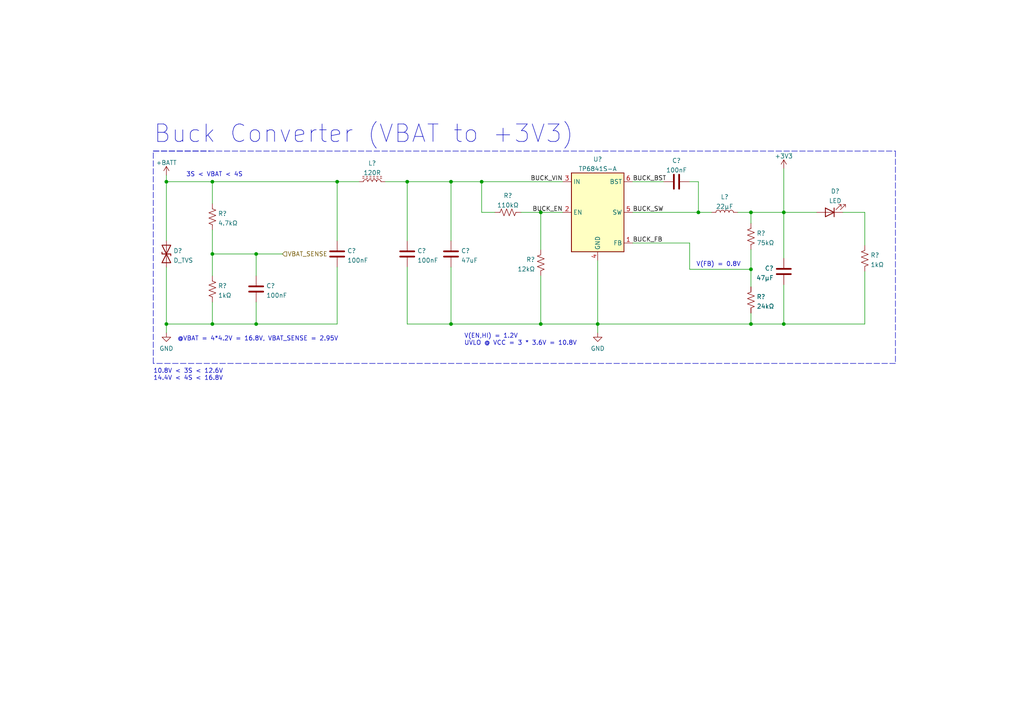
<source format=kicad_sch>
(kicad_sch (version 20211123) (generator eeschema)
  (paper "A4")
  (lib_symbols
    (symbol "Device:C" (pin_numbers hide) (pin_names (offset 0.254))
      (property "Reference" "C" (at 0.635 2.54 0))
      (property "Value" "C" (at 0.635 -2.54 0))
      (symbol "C_0_1"
        (polyline (pts (xy -2.032 -0.762) (xy 2.032 -0.762)) (stroke (width 0.508)))
        (polyline (pts (xy -2.032 0.762) (xy 2.032 0.762)) (stroke (width 0.508)))
      )
      (symbol "C_1_1"
        (pin passive line (at 0 3.81 270) (length 2.794) (name "~") (number "1"))
        (pin passive line (at 0 -3.81 90) (length 2.794) (name "~") (number "2"))
      )
    )
    (symbol "Device:D_TVS" (pin_numbers hide) (pin_names (offset 1.016) hide)
      (property "Reference" "D" (at 0 2.54 0))
      (property "Value" "D_TVS" (at 0 -2.54 0))
      (symbol "D_TVS_0_1"
        (polyline (pts (xy 1.27 0) (xy -1.27 0)))
        (polyline (pts (xy 0.508 1.27) (xy 0 1.27) (xy 0 -1.27) (xy -0.508 -1.27)) (stroke (width 0.254)))
        (polyline (pts (xy -2.54 1.27) (xy -2.54 -1.27) (xy 2.54 1.27) (xy 2.54 -1.27) (xy -2.54 1.27)) (stroke (width 0.254)))
      )
      (symbol "D_TVS_1_1"
        (pin passive line (at -3.81 0 0) (length 2.54) (name "A1") (number "1"))
        (pin passive line (at 3.81 0 180) (length 2.54) (name "A2") (number "2"))
      )
    )
    (symbol "Device:L" (pin_numbers hide) (pin_names (offset 1.016) hide)
      (property "Reference" "L" (at -1.27 0 90))
      (property "Value" "L" (at 1.905 0 90))
      (symbol "L_0_1"
        (arc (start 0 -2.54) (mid 0.635 -1.905) (end 0 -1.27))
        (arc (start 0 -1.27) (mid 0.635 -0.635) (end 0 0))
        (arc (start 0 0) (mid 0.635 0.635) (end 0 1.27))
        (arc (start 0 1.27) (mid 0.635 1.905) (end 0 2.54))
      )
      (symbol "L_1_1"
        (pin passive line (at 0 3.81 270) (length 1.27) (name "1") (number "1"))
        (pin passive line (at 0 -3.81 90) (length 1.27) (name "2") (number "2"))
      )
    )
    (symbol "Device:LED" (pin_numbers hide) (pin_names (offset 1.016) hide)
      (property "Reference" "D" (at 0 2.54 0))
      (property "Value" "LED" (at 0 -2.54 0))
      (symbol "LED_0_1"
        (polyline (pts (xy -1.27 -1.27) (xy -1.27 1.27)) (stroke (width 0.254)))
        (polyline (pts (xy -1.27 0) (xy 1.27 0)))
        (polyline (pts (xy 1.27 -1.27) (xy 1.27 1.27) (xy -1.27 0) (xy 1.27 -1.27)) (stroke (width 0.254)))
        (polyline (pts (xy -3.048 -0.762) (xy -4.572 -2.286) (xy -3.81 -2.286) (xy -4.572 -2.286) (xy -4.572 -1.524)))
        (polyline (pts (xy -1.778 -0.762) (xy -3.302 -2.286) (xy -2.54 -2.286) (xy -3.302 -2.286) (xy -3.302 -1.524)))
      )
      (symbol "LED_1_1"
        (pin passive line (at -3.81 0 0) (length 2.54) (name "K") (number "1"))
        (pin passive line (at 3.81 0 180) (length 2.54) (name "A") (number "2"))
      )
    )
    (symbol "Device:L_Ferrite" (pin_numbers hide) (pin_names (offset 1.016) hide)
      (property "Reference" "L" (at -1.27 0 90))
      (property "Value" "L_Ferrite" (at 2.794 0 90))
      (symbol "L_Ferrite_0_1"
        (arc (start 0 -2.54) (mid 0.635 -1.905) (end 0 -1.27))
        (arc (start 0 -1.27) (mid 0.635 -0.635) (end 0 0))
        (polyline (pts (xy 1.016 -2.794) (xy 1.016 -2.286)))
        (polyline (pts (xy 1.016 -1.778) (xy 1.016 -1.27)))
        (polyline (pts (xy 1.016 -0.762) (xy 1.016 -0.254)))
        (polyline (pts (xy 1.016 0.254) (xy 1.016 0.762)))
        (polyline (pts (xy 1.016 1.27) (xy 1.016 1.778)))
        (polyline (pts (xy 1.016 2.286) (xy 1.016 2.794)))
        (polyline (pts (xy 1.524 -2.286) (xy 1.524 -2.794)))
        (polyline (pts (xy 1.524 -1.27) (xy 1.524 -1.778)))
        (polyline (pts (xy 1.524 -0.254) (xy 1.524 -0.762)))
        (polyline (pts (xy 1.524 0.762) (xy 1.524 0.254)))
        (polyline (pts (xy 1.524 1.778) (xy 1.524 1.27)))
        (polyline (pts (xy 1.524 2.794) (xy 1.524 2.286)))
        (arc (start 0 0) (mid 0.635 0.635) (end 0 1.27))
        (arc (start 0 1.27) (mid 0.635 1.905) (end 0 2.54))
      )
      (symbol "L_Ferrite_1_1"
        (pin passive line (at 0 3.81 270) (length 1.27) (name "1") (number "1"))
        (pin passive line (at 0 -3.81 90) (length 1.27) (name "2") (number "2"))
      )
    )
    (symbol "Device:R_US" (pin_numbers hide) (pin_names (offset 0))
      (property "Reference" "R" (at 2.54 0 90))
      (property "Value" "R_US" (at -2.54 0 90))
      (symbol "R_US_0_1"
        (polyline (pts (xy 0 -2.286) (xy 0 -2.54)))
        (polyline (pts (xy 0 2.286) (xy 0 2.54)))
        (polyline (pts (xy 0 -0.762) (xy 1.016 -1.143) (xy 0 -1.524) (xy -1.016 -1.905) (xy 0 -2.286)))
        (polyline (pts (xy 0 0.762) (xy 1.016 0.381) (xy 0 0) (xy -1.016 -0.381) (xy 0 -0.762)))
        (polyline (pts (xy 0 2.286) (xy 1.016 1.905) (xy 0 1.524) (xy -1.016 1.143) (xy 0 0.762)))
      )
      (symbol "R_US_1_1"
        (pin passive line (at 0 3.81 270) (length 1.27) (name "~") (number "1"))
        (pin passive line (at 0 -3.81 90) (length 1.27) (name "~") (number "2"))
      )
    )
    (symbol "Regulator_Switching:AP63200WU"
      (property "Reference" "U?" (at 0 9.0465 0))
      (property "Value" "TP6841S-A" (at 0 6.2714 0))
      (symbol "AP63200WU_0_1"
        (rectangle (start -7.62 5.08) (end 7.62 -17.78) (stroke (width 0.254)) (fill (type background)))
      )
      (symbol "AP63200WU_1_1"
        (pin input line (at 10.16 -15.24 180) (length 2.54) (name "FB") (number "1"))
        (pin input line (at -10.16 -6.35 0) (length 2.54) (name "EN") (number "2"))
        (pin power_in line (at -10.16 2.54 0) (length 2.54) (name "IN") (number "3"))
        (pin power_in line (at 0 -20.32 90) (length 2.54) (name "GND") (number "4"))
        (pin output line (at 10.16 -6.35 180) (length 2.54) (name "SW") (number "5"))
        (pin passive line (at 10.16 2.54 180) (length 2.54) (name "BST") (number "6"))
      )
    )
    (symbol "power:+3V3" (power) (pin_names (offset 0))
      (property "Value" "+3V3" (at 0 3.556 0))
      (symbol "+3V3_0_1"
        (polyline (pts (xy -0.762 1.27) (xy 0 2.54)))
        (polyline (pts (xy 0 0) (xy 0 2.54)))
        (polyline (pts (xy 0 2.54) (xy 0.762 1.27)))
      )
      (symbol "+3V3_1_1"
        (pin power_in line (at 0 0 90) (length 0) hide (name "+3V3") (number "1"))
      )
    )
    (symbol "power:+BATT" (power) (pin_names (offset 0))
      (property "Value" "+BATT" (at 0 3.556 0))
      (symbol "+BATT_0_1"
        (polyline (pts (xy -0.762 1.27) (xy 0 2.54)))
        (polyline (pts (xy 0 0) (xy 0 2.54)))
        (polyline (pts (xy 0 2.54) (xy 0.762 1.27)))
      )
      (symbol "+BATT_1_1"
        (pin power_in line (at 0 0 90) (length 0) hide (name "+BATT") (number "1"))
      )
    )
    (symbol "power:GND" (power) (pin_names (offset 0))
      (property "Value" "GND" (at 0 -3.81 0))
      (symbol "GND_0_1"
        (polyline (pts (xy 0 0) (xy 0 -1.27) (xy 1.27 -1.27) (xy 0 -2.54) (xy -1.27 -1.27) (xy 0 -1.27)))
      )
      (symbol "GND_1_1"
        (pin power_in line (at 0 0 270) (length 0) hide (name "GND") (number "1"))
      )
    )
  )
  (junction (at 202.565 61.595))
  (junction (at 74.295 73.66))
  (junction (at 97.79 52.705))
  (junction (at 156.845 61.595))
  (junction (at 156.845 93.98))
  (junction (at 130.81 52.705))
  (junction (at 74.295 93.98))
  (junction (at 173.355 93.98))
  (junction (at 139.7 52.705))
  (junction (at 130.81 93.98))
  (junction (at 48.26 93.98))
  (junction (at 61.595 93.98))
  (junction (at 227.33 61.595))
  (junction (at 118.11 52.705))
  (junction (at 217.805 93.98))
  (junction (at 61.595 52.705))
  (junction (at 48.26 52.705))
  (junction (at 61.595 73.66))
  (junction (at 217.805 61.595))
  (junction (at 217.805 78.105))
  (junction (at 227.33 93.98))
  (polyline (pts (xy 44.45 43.815) (xy 60.96 43.815)))
  (wire (pts (xy 61.595 93.98) (xy 48.26 93.98)))
  (wire (pts (xy 227.33 61.595) (xy 236.855 61.595)))
  (wire (pts (xy 61.595 73.66) (xy 74.295 73.66)))
  (wire (pts (xy 156.845 80.01) (xy 156.845 93.98)))
  (wire (pts (xy 97.79 52.705) (xy 104.14 52.705)))
  (wire (pts (xy 139.7 52.705) (xy 163.195 52.705)))
  (wire (pts (xy 97.79 93.98) (xy 97.79 77.47)))
  (wire (pts (xy 130.81 52.705) (xy 118.11 52.705)))
  (wire (pts (xy 48.26 93.98) (xy 48.26 96.52)))
  (polyline (pts (xy 259.715 105.41) (xy 44.45 105.41)))
  (wire (pts (xy 48.26 52.705) (xy 48.26 69.85)))
  (wire (pts (xy 156.845 93.98) (xy 173.355 93.98)))
  (wire (pts (xy 97.79 52.705) (xy 97.79 69.85)))
  (wire (pts (xy 139.7 61.595) (xy 139.7 52.705)))
  (wire (pts (xy 151.13 61.595) (xy 156.845 61.595)))
  (wire (pts (xy 61.595 52.705) (xy 48.26 52.705)))
  (wire (pts (xy 183.515 52.705) (xy 192.405 52.705)))
  (wire (pts (xy 200.025 78.105) (xy 217.805 78.105)))
  (wire (pts (xy 250.825 78.74) (xy 250.825 93.98)))
  (wire (pts (xy 118.11 93.98) (xy 130.81 93.98)))
  (wire (pts (xy 217.805 61.595) (xy 217.805 64.77)))
  (wire (pts (xy 111.76 52.705) (xy 118.11 52.705)))
  (wire (pts (xy 156.845 61.595) (xy 156.845 72.39)))
  (wire (pts (xy 217.805 72.39) (xy 217.805 78.105)))
  (wire (pts (xy 61.595 59.055) (xy 61.595 52.705)))
  (wire (pts (xy 213.995 61.595) (xy 217.805 61.595)))
  (wire (pts (xy 250.825 93.98) (xy 227.33 93.98)))
  (wire (pts (xy 227.33 48.895) (xy 227.33 61.595)))
  (wire (pts (xy 48.26 50.8) (xy 48.26 52.705)))
  (wire (pts (xy 227.33 61.595) (xy 217.805 61.595)))
  (wire (pts (xy 183.515 61.595) (xy 202.565 61.595)))
  (wire (pts (xy 156.845 61.595) (xy 163.195 61.595)))
  (wire (pts (xy 118.11 77.47) (xy 118.11 93.98)))
  (polyline (pts (xy 44.45 43.815) (xy 259.715 43.815)))
  (wire (pts (xy 143.51 61.595) (xy 139.7 61.595)))
  (polyline (pts (xy 259.715 43.815) (xy 259.715 105.41)))
  (wire (pts (xy 61.595 87.63) (xy 61.595 93.98)))
  (wire (pts (xy 250.825 71.12) (xy 250.825 61.595)))
  (polyline (pts (xy 44.45 105.41) (xy 44.45 43.815)))
  (wire (pts (xy 130.81 52.705) (xy 139.7 52.705)))
  (wire (pts (xy 61.595 66.675) (xy 61.595 73.66)))
  (wire (pts (xy 227.33 93.98) (xy 217.805 93.98)))
  (wire (pts (xy 74.295 73.66) (xy 81.915 73.66)))
  (wire (pts (xy 61.595 73.66) (xy 61.595 80.01)))
  (wire (pts (xy 173.355 93.98) (xy 173.355 75.565)))
  (wire (pts (xy 250.825 61.595) (xy 244.475 61.595)))
  (wire (pts (xy 74.295 80.01) (xy 74.295 73.66)))
  (wire (pts (xy 74.295 93.98) (xy 97.79 93.98)))
  (wire (pts (xy 130.81 93.98) (xy 156.845 93.98)))
  (wire (pts (xy 227.33 82.55) (xy 227.33 93.98)))
  (wire (pts (xy 173.355 93.98) (xy 173.355 96.52)))
  (wire (pts (xy 183.515 70.485) (xy 200.025 70.485)))
  (wire (pts (xy 202.565 61.595) (xy 206.375 61.595)))
  (wire (pts (xy 61.595 93.98) (xy 74.295 93.98)))
  (wire (pts (xy 217.805 90.805) (xy 217.805 93.98)))
  (wire (pts (xy 118.11 52.705) (xy 118.11 69.85)))
  (wire (pts (xy 74.295 87.63) (xy 74.295 93.98)))
  (wire (pts (xy 227.33 74.93) (xy 227.33 61.595)))
  (wire (pts (xy 202.565 52.705) (xy 202.565 61.595)))
  (wire (pts (xy 61.595 52.705) (xy 97.79 52.705)))
  (wire (pts (xy 200.025 52.705) (xy 202.565 52.705)))
  (wire (pts (xy 130.81 69.85) (xy 130.81 52.705)))
  (wire (pts (xy 48.26 77.47) (xy 48.26 93.98)))
  (wire (pts (xy 130.81 77.47) (xy 130.81 93.98)))
  (wire (pts (xy 217.805 78.105) (xy 217.805 83.185)))
  (wire (pts (xy 217.805 93.98) (xy 173.355 93.98)))
  (wire (pts (xy 200.025 70.485) (xy 200.025 78.105)))
  (text "@VBAT = 4*4.2V = 16.8V, VBAT_SENSE = 2.95V" (at 51.435 99.06 0) (effects (font (size 1.27 1.27)) (justify left bottom)))
  (text "3S < VBAT < 4S" (at 53.975 51.435 0) (effects (font (size 1.27 1.27)) (justify left bottom)))
  (text "V(FB) = 0.8V" (at 201.93 77.47 0) (effects (font (size 1.27 1.27)) (justify left bottom)))
  (text "V(EN,HI) = 1.2V\nUVLO @ VCC = 3 * 3.6V = 10.8V" (at 134.62 100.33 0) (effects (font (size 1.27 1.27)) (justify left bottom)))
  (text "Buck Converter (VBAT to +3V3)" (at 44.45 41.91 0) (effects (font (size 5.08 5.08)) (justify left bottom)))
  (text "10.8V < 3S < 12.6V\n14.4V < 4S < 16.8V" (at 44.45 110.49 0) (effects (font (size 1.27 1.27)) (justify left bottom)))
  (label "BUCK_EN" (at 163.195 61.595 180))
  (label "BUCK_BST" (at 183.515 52.705 0))
  (label "BUCK_FB" (at 183.515 70.485 0))
  (label "BUCK_SW" (at 183.515 61.595 0))
  (label "BUCK_VIN" (at 163.195 52.705 180))
  (hierarchical_label "VBAT_SENSE" (shape input) (at 81.915 73.66 0))
  (symbol (lib_id "Device:LED") (at 240.665 61.595 180) (unit 1)
    (property "Reference" "D?" (at 242.2525 55.4695 0))
    (property "Value" "LED" (at 242.2525 58.2446 0))
  )
  (symbol (lib_id "power:+BATT") (at 48.26 50.8 0) (unit 1)
    (property "Reference" "#PWR?" (effects hide))
    (property "Value" "+BATT" (at 48.26 47.1955 0))
  )
  (symbol (lib_id "Device:R_US") (at 217.805 68.58 0) (mirror y) (unit 1)
    (property "Reference" "R?" (at 219.456 67.6715 0) (effects (justify right)))
    (property "Value" "75kΩ" (at 219.456 70.4466 0) (effects (justify right)))
  )
  (symbol (lib_id "Device:R_US") (at 61.595 83.82 0) (unit 1)
    (property "Reference" "R?" (at 63.246 82.9115 0) (effects (justify left)))
    (property "Value" "1kΩ" (at 63.246 85.6866 0) (effects (justify left)))
  )
  (symbol (lib_id "Device:R_US") (at 147.32 61.595 270) (unit 1)
    (property "Reference" "R?" (at 147.32 56.7395 90))
    (property "Value" "110kΩ" (at 147.32 59.5146 90))
  )
  (symbol (lib_id "Device:C") (at 97.79 73.66 0) (unit 1)
    (property "Reference" "C?" (at 100.711 72.7515 0) (effects (justify left)))
    (property "Value" "100nF" (at 100.711 75.5266 0) (effects (justify left)))
  )
  (symbol (lib_id "Device:R_US") (at 156.845 76.2 0) (mirror x) (unit 1)
    (property "Reference" "R?" (at 155.194 75.2915 0) (effects (justify right)))
    (property "Value" "12kΩ" (at 155.194 78.0666 0) (effects (justify right)))
  )
  (symbol (lib_id "Device:C") (at 196.215 52.705 90) (unit 1)
    (property "Reference" "C?" (at 196.215 46.5795 90))
    (property "Value" "100nF" (at 196.215 49.3546 90))
  )
  (symbol (lib_id "power:GND") (at 48.26 96.52 0) (unit 1)
    (property "Reference" "#PWR?" (effects hide))
    (property "Value" "GND" (at 48.26 101.0825 0))
  )
  (symbol (lib_id "power:GND") (at 173.355 96.52 0) (unit 1)
    (property "Reference" "#PWR?" (effects hide))
    (property "Value" "GND" (at 173.355 101.0825 0))
  )
  (symbol (lib_id "Device:C") (at 130.81 73.66 0) (unit 1)
    (property "Reference" "C?" (at 133.731 72.7515 0) (effects (justify left)))
    (property "Value" "47uF" (at 133.731 75.5266 0) (effects (justify left)))
  )
  (symbol (lib_id "Device:C") (at 74.295 83.82 0) (unit 1)
    (property "Reference" "C?" (at 77.216 82.9115 0) (effects (justify left)))
    (property "Value" "100nF" (at 77.216 85.6866 0) (effects (justify left)))
  )
  (symbol (lib_id "power:+3V3") (at 227.33 48.895 0) (unit 1)
    (property "Reference" "#PWR?" (effects hide))
    (property "Value" "+3V3" (at 227.33 45.2905 0))
  )
  (symbol (lib_id "Device:L") (at 210.185 61.595 90) (unit 1)
    (property "Reference" "L?" (at 210.185 57.1205 90))
    (property "Value" "22μF" (at 210.185 59.8956 90))
  )
  (symbol (lib_id "Device:L_Ferrite") (at 107.95 52.705 90) (unit 1)
    (property "Reference" "L?" (at 107.95 47.3415 90))
    (property "Value" "120R" (at 107.95 50.1166 90))
  )
  (symbol (lib_id "Device:R_US") (at 250.825 74.93 0) (mirror y) (unit 1)
    (property "Reference" "R?" (at 252.476 74.0215 0) (effects (justify right)))
    (property "Value" "1kΩ" (at 252.476 76.7966 0) (effects (justify right)))
  )
  (symbol (lib_id "Device:D_TVS") (at 48.26 73.66 90) (unit 1)
    (property "Reference" "D?" (at 50.292 72.7515 90) (effects (justify right)))
    (property "Value" "D_TVS" (at 50.292 75.5266 90) (effects (justify right)))
  )
  (symbol (lib_id "Regulator_Switching:AP63200WU") (at 173.355 55.245 0) (unit 1)
    (property "Reference" "U?" (at 173.355 46.1985 0))
    (property "Value" "TP6841S-A" (at 173.355 48.9736 0))
    (property "Footprint" "Package_TO_SOT_SMD:TSOT-23-6" (effects hide))
    (property "Datasheet" "https://datasheet.lcsc.com/lcsc/2108072230_TECH-PUBLIC-TP6841S6-A_C2844924.pdf" (effects hide))
  )
  (symbol (lib_id "Device:R_US") (at 217.805 86.995 0) (mirror y) (unit 1)
    (property "Reference" "R?" (at 219.456 86.0865 0) (effects (justify right)))
    (property "Value" "24kΩ" (at 219.456 88.8616 0) (effects (justify right)))
  )
  (symbol (lib_id "Device:C") (at 118.11 73.66 0) (unit 1)
    (property "Reference" "C?" (at 121.031 72.7515 0) (effects (justify left)))
    (property "Value" "100nF" (at 121.031 75.5266 0) (effects (justify left)))
  )
  (symbol (lib_id "Device:C") (at 227.33 78.74 0) (mirror x) (unit 1)
    (property "Reference" "C?" (at 224.4091 77.8315 0) (effects (justify right)))
    (property "Value" "47μF" (at 224.4091 80.6066 0) (effects (justify right)))
  )
  (symbol (lib_id "Device:R_US") (at 61.595 62.865 0) (unit 1)
    (property "Reference" "R?" (at 63.246 61.9565 0) (effects (justify left)))
    (property "Value" "4.7kΩ" (at 63.246 64.7316 0) (effects (justify left)))
  )
)
</source>
